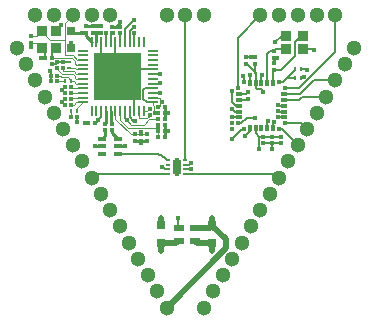
<source format=gtl>
G04 #@! TF.FileFunction,Copper,L1,Top,Signal*
%FSLAX46Y46*%
G04 Gerber Fmt 4.6, Leading zero omitted, Abs format (unit mm)*
G04 Created by KiCad (PCBNEW 0.201509030901+6151~29~ubuntu15.04.1-product) date Thu 19 Nov 2015 01:23:01 PM EST*
%MOMM*%
G01*
G04 APERTURE LIST*
%ADD10C,0.100000*%
%ADD11C,1.300000*%
%ADD12R,0.350000X0.200000*%
%ADD13R,0.700000X1.200000*%
%ADD14R,0.300000X0.350000*%
%ADD15R,0.750000X0.800000*%
%ADD16R,1.000000X1.000000*%
%ADD17R,0.254000X0.900000*%
%ADD18R,0.900000X0.254000*%
%ADD19R,0.350000X0.300000*%
%ADD20R,0.280000X0.430000*%
%ADD21R,0.430000X0.280000*%
%ADD22R,0.800000X0.300000*%
%ADD23R,0.300000X0.300000*%
%ADD24R,0.300000X0.500000*%
%ADD25R,0.500000X0.300000*%
%ADD26R,0.850000X0.600000*%
%ADD27R,0.950000X0.850000*%
%ADD28R,0.850000X0.950000*%
%ADD29C,0.406400*%
%ADD30C,0.508000*%
%ADD31C,0.152400*%
%ADD32C,0.254000*%
%ADD33C,0.101600*%
%ADD34C,0.508000*%
%ADD35C,0.177800*%
G04 APERTURE END LIST*
D10*
D11*
X26987500Y-28149600D03*
X27781250Y-29524400D03*
X28575000Y-30899200D03*
X29368750Y-32274000D03*
X30162500Y-33648800D03*
X30956250Y-35023600D03*
X31750000Y-36398400D03*
X32543750Y-37773200D03*
X33337500Y-39148000D03*
X34131250Y-40522800D03*
X34925000Y-41897600D03*
X35718750Y-43272400D03*
X36512500Y-44647200D03*
X37306250Y-46022000D03*
X38100000Y-47396800D03*
X38893750Y-48771600D03*
X39687500Y-50146400D03*
X42862500Y-50146400D03*
X43656250Y-48771600D03*
X44450000Y-47396800D03*
X45243750Y-46022000D03*
X46037500Y-44647200D03*
X46831250Y-43272400D03*
X47625000Y-41897600D03*
X48418750Y-40522800D03*
X49212500Y-39148000D03*
X50006250Y-37773200D03*
X50800000Y-36398400D03*
X51593750Y-35023600D03*
X52387500Y-33648800D03*
X53181250Y-32274000D03*
X53975000Y-30899200D03*
X54768750Y-29524400D03*
X55562500Y-28149600D03*
X53975000Y-25400000D03*
X52387500Y-25400000D03*
X50800000Y-25400000D03*
X49212500Y-25400000D03*
X47625000Y-25400000D03*
X42862500Y-25400000D03*
X41275000Y-25400000D03*
X39687500Y-25400000D03*
X34925000Y-25400000D03*
X33337500Y-25400000D03*
X31750000Y-25400000D03*
X30162500Y-25400000D03*
X28575000Y-25400000D03*
D12*
X41275000Y-38850000D03*
X39825000Y-37650000D03*
X39825000Y-38050000D03*
X39825000Y-38450000D03*
X39825000Y-38850000D03*
X41275000Y-38450000D03*
X41275000Y-38050000D03*
X41275000Y-37650000D03*
D13*
X40550000Y-38250000D03*
D14*
X31575000Y-34000000D03*
X32125000Y-34000000D03*
D15*
X31600000Y-26700000D03*
X31600000Y-28200000D03*
D16*
X34058000Y-32077000D03*
X35058000Y-32077000D03*
X36058000Y-32077000D03*
X37058000Y-32077000D03*
X37058000Y-31077000D03*
X36058000Y-31077000D03*
X35058000Y-31077000D03*
X34058000Y-31077000D03*
X34058000Y-30077000D03*
X35058000Y-30077000D03*
X36058000Y-30077000D03*
X37058000Y-30077000D03*
X37058000Y-29077000D03*
X36058000Y-29077000D03*
X35058000Y-29077000D03*
D17*
X37758000Y-27627000D03*
D18*
X38508000Y-32777000D03*
D17*
X33358000Y-33527000D03*
D18*
X32608000Y-28377000D03*
X32608000Y-28777000D03*
X32608000Y-29177000D03*
X32608000Y-29577000D03*
X32608000Y-29977000D03*
X32608000Y-30377000D03*
X32608000Y-30777000D03*
X32608000Y-31177000D03*
X32608000Y-31577000D03*
X32608000Y-31977000D03*
X32608000Y-32377000D03*
X32608000Y-32777000D03*
D17*
X33758000Y-33527000D03*
X34158000Y-33527000D03*
X34558000Y-33527000D03*
X34958000Y-33527000D03*
X35358000Y-33527000D03*
X35758000Y-33527000D03*
X36158000Y-33527000D03*
X36558000Y-33527000D03*
X36958000Y-33527000D03*
X37358000Y-33527000D03*
X37758000Y-33527000D03*
D18*
X38508000Y-32377000D03*
X38508000Y-31977000D03*
X38508000Y-31577000D03*
X38508000Y-31177000D03*
X38508000Y-30777000D03*
X38508000Y-30377000D03*
X38508000Y-29977000D03*
X38508000Y-29577000D03*
X38508000Y-29177000D03*
X38508000Y-28777000D03*
X38508000Y-28377000D03*
D17*
X37358000Y-27627000D03*
X36958000Y-27627000D03*
X36558000Y-27627000D03*
X36158000Y-27627000D03*
X35758000Y-27627000D03*
X35358000Y-27627000D03*
X34958000Y-27627000D03*
X34558000Y-27627000D03*
X34158000Y-27627000D03*
X33758000Y-27627000D03*
X33358000Y-27627000D03*
D16*
X34058000Y-29077000D03*
D14*
X38975000Y-34700000D03*
X39525000Y-34700000D03*
D19*
X32900000Y-26875000D03*
X32900000Y-26325000D03*
D14*
X38975000Y-35700000D03*
X39525000Y-35700000D03*
D19*
X38050000Y-35475000D03*
X38050000Y-36025000D03*
X35100000Y-26925000D03*
X35100000Y-26375000D03*
X37550000Y-35475000D03*
X37550000Y-36025000D03*
D14*
X38975000Y-34200000D03*
X39525000Y-34200000D03*
D19*
X48615600Y-35666000D03*
X48615600Y-36216000D03*
X47853600Y-35666000D03*
X47853600Y-36216000D03*
X49377600Y-35666000D03*
X49377600Y-36216000D03*
D14*
X33625000Y-34500000D03*
X33075000Y-34500000D03*
X38975000Y-33200000D03*
X39525000Y-33200000D03*
D19*
X34115000Y-26880000D03*
X34115000Y-26330000D03*
X30950000Y-29875000D03*
X30950000Y-29325000D03*
X47218600Y-28960400D03*
X47218600Y-29510400D03*
X46456600Y-28960400D03*
X46456600Y-29510400D03*
D14*
X38975000Y-33700000D03*
X39525000Y-33700000D03*
X31625000Y-31500000D03*
X31075000Y-31500000D03*
X38975000Y-35200000D03*
X39525000Y-35200000D03*
X31625000Y-32000000D03*
X31075000Y-32000000D03*
D15*
X43561000Y-43192000D03*
X43561000Y-44692000D03*
D19*
X37050000Y-35475000D03*
X37050000Y-36025000D03*
X35750000Y-26925000D03*
X35750000Y-26375000D03*
X48768000Y-29993000D03*
X48768000Y-29443000D03*
X48768000Y-28427000D03*
X48768000Y-28977000D03*
X33480000Y-26880000D03*
X33480000Y-26330000D03*
X30450000Y-29875000D03*
X30450000Y-29325000D03*
D14*
X31625000Y-32500000D03*
X31075000Y-32500000D03*
X30425000Y-31000000D03*
X29875000Y-31000000D03*
X29975000Y-29050000D03*
X29425000Y-29050000D03*
D15*
X39243000Y-44692000D03*
X39243000Y-43192000D03*
D14*
X30425000Y-30500000D03*
X29875000Y-30500000D03*
X31625000Y-33000000D03*
X31075000Y-33000000D03*
D19*
X28200000Y-27175000D03*
X28200000Y-27725000D03*
D20*
X51055000Y-30734000D03*
X50545000Y-30734000D03*
X51055000Y-29972000D03*
X50545000Y-29972000D03*
X31605000Y-31000000D03*
X31095000Y-31000000D03*
X32105000Y-33500000D03*
X31595000Y-33500000D03*
D21*
X31450000Y-29855000D03*
X31450000Y-29345000D03*
D22*
X34250000Y-35850000D03*
X35550000Y-37150000D03*
X35550000Y-36500000D03*
X35550000Y-35850000D03*
X34250000Y-36500000D03*
X34250000Y-37150000D03*
D23*
X49726600Y-34545400D03*
X46226600Y-35045400D03*
X45726600Y-31545400D03*
X49226600Y-31045400D03*
D24*
X48726600Y-31145400D03*
X48226600Y-31145400D03*
X47726600Y-31145400D03*
X47226600Y-31145400D03*
X46726600Y-31145400D03*
D23*
X46226600Y-31045400D03*
D25*
X45826600Y-32045400D03*
X45826600Y-32545400D03*
X45826600Y-33045400D03*
X45826600Y-33545400D03*
X45826600Y-34045400D03*
D23*
X45726600Y-34545400D03*
D24*
X46726600Y-34945400D03*
X47226600Y-34945400D03*
X47726600Y-34945400D03*
X48226600Y-34945400D03*
X48726600Y-34945400D03*
D23*
X49226600Y-35045400D03*
D25*
X49626600Y-34045400D03*
X49626600Y-33545400D03*
X49626600Y-33045400D03*
X49626600Y-32545400D03*
X49626600Y-32045400D03*
D23*
X49726600Y-31545400D03*
D26*
X42077000Y-43392000D03*
X40727000Y-43392000D03*
X40727000Y-44492000D03*
X42077000Y-44492000D03*
D27*
X51245600Y-27136400D03*
X49795600Y-27136400D03*
X49795600Y-28286400D03*
X51245600Y-28286400D03*
D28*
X30325000Y-28175000D03*
X30325000Y-26725000D03*
X29175000Y-26725000D03*
X29175000Y-28175000D03*
D19*
X35050000Y-35125000D03*
X35050000Y-34575000D03*
X34450000Y-35125000D03*
X34450000Y-34575000D03*
D29*
X30000000Y-29550000D03*
X29100000Y-29050000D03*
X39850000Y-35200000D03*
X39850000Y-33700000D03*
X35750000Y-26000000D03*
X37550000Y-36250000D03*
X36150000Y-36500000D03*
X33650000Y-36500000D03*
X40550000Y-38850000D03*
X40550000Y-37650000D03*
X40550000Y-38250000D03*
X31600000Y-27700000D03*
X30716989Y-26200000D03*
X28200000Y-28050000D03*
X29850000Y-30150000D03*
X30850000Y-31750000D03*
X30850000Y-32750000D03*
X32100000Y-34400000D03*
X32750000Y-34500000D03*
X51562000Y-30007010D03*
X46841386Y-28960400D03*
X52197000Y-28321000D03*
X48895000Y-27686010D03*
X49022000Y-29041790D03*
X48641000Y-36703000D03*
D30*
X35058000Y-29077000D03*
X34058000Y-29077000D03*
X34058000Y-30077000D03*
X35058000Y-30077000D03*
X36058000Y-30077000D03*
X37058000Y-30077000D03*
X37058000Y-29077000D03*
X36058000Y-29077000D03*
X37058000Y-31077000D03*
X36058000Y-31077000D03*
X35058000Y-31077000D03*
X34058000Y-31077000D03*
X34058000Y-32077000D03*
X35058000Y-32077000D03*
X36058000Y-32077000D03*
X37058000Y-32077000D03*
X39243000Y-42545000D03*
X43561000Y-45339000D03*
D29*
X33786343Y-26330000D03*
X46355000Y-35601802D03*
X35122473Y-26883644D03*
X36304548Y-34275238D03*
X39150000Y-30350000D03*
X35750000Y-26925000D03*
X45250000Y-35050000D03*
X39150000Y-31950000D03*
X47142400Y-34112200D03*
X34600000Y-26900000D03*
X45250000Y-35881010D03*
X38250000Y-33808003D03*
X40640000Y-42545000D03*
X37024461Y-34313574D03*
X41750000Y-38408003D03*
X49149000Y-33528000D03*
X41750000Y-37900000D03*
X49149000Y-34036000D03*
X39293791Y-38223925D03*
X49149000Y-33020000D03*
X46736000Y-30480000D03*
X47743990Y-30480000D03*
X38250000Y-33300000D03*
X46609000Y-32512000D03*
X45250000Y-31800000D03*
X36950000Y-25800000D03*
X45250000Y-33350000D03*
X36950000Y-26350000D03*
X45250000Y-34000000D03*
X36950000Y-26900000D03*
X48244579Y-34305421D03*
X48768000Y-34417000D03*
X46593586Y-31892414D03*
X37550000Y-35300000D03*
X38950000Y-34950000D03*
X38745276Y-33695009D03*
X33847519Y-34298872D03*
D30*
X43561000Y-42545000D03*
D29*
X47879000Y-31877000D03*
X47498000Y-36703000D03*
X51308000Y-30607000D03*
X33792247Y-26880000D03*
X46126432Y-30567256D03*
X45250000Y-34508003D03*
X39150000Y-31150000D03*
X32550000Y-26900000D03*
X39300000Y-32700000D03*
D30*
X39243000Y-45339000D03*
D31*
X30000000Y-29479802D02*
X30000000Y-29550000D01*
X29425000Y-29050000D02*
X29100000Y-29050000D01*
X29425000Y-29050000D02*
X29425000Y-28425000D01*
X29425000Y-28425000D02*
X29175000Y-28175000D01*
D32*
X39525000Y-35200000D02*
X39850000Y-35200000D01*
X39525000Y-35700000D02*
X39525000Y-35200000D01*
X39525000Y-34700000D02*
X39525000Y-35200000D01*
X39525000Y-33700000D02*
X39850000Y-33700000D01*
X39525000Y-34200000D02*
X39525000Y-33700000D01*
X39525000Y-33200000D02*
X39525000Y-33700000D01*
X35750000Y-26375000D02*
X35100000Y-26375000D01*
X35100000Y-26375000D02*
X35375000Y-26375000D01*
X35375000Y-26375000D02*
X35750000Y-26000000D01*
X33480000Y-26330000D02*
X32905000Y-26330000D01*
X32905000Y-26330000D02*
X32900000Y-26325000D01*
X38050000Y-36025000D02*
X37550000Y-36025000D01*
X37050000Y-36025000D02*
X37550000Y-36025000D01*
X37550000Y-36025000D02*
X37550000Y-36250000D01*
X35550000Y-36500000D02*
X36150000Y-36500000D01*
X34250000Y-36500000D02*
X33650000Y-36500000D01*
X40550000Y-38250000D02*
X40550000Y-38850000D01*
X40550000Y-38250000D02*
X40550000Y-37650000D01*
D31*
X30450000Y-29325000D02*
X30295198Y-29479802D01*
X30295198Y-29479802D02*
X30000000Y-29479802D01*
X30950000Y-29325000D02*
X30450000Y-29325000D01*
X31450000Y-29345000D02*
X30970000Y-29345000D01*
X30970000Y-29345000D02*
X30950000Y-29325000D01*
X31600000Y-28200000D02*
X31600000Y-27700000D01*
X30325000Y-26725000D02*
X30325000Y-26591989D01*
X30325000Y-26591989D02*
X30716989Y-26200000D01*
X28200000Y-27725000D02*
X28200000Y-28050000D01*
X29875000Y-30500000D02*
X29875000Y-30175000D01*
X29875000Y-30175000D02*
X29850000Y-30150000D01*
X29875000Y-31000000D02*
X29875000Y-30500000D01*
X30850000Y-31750000D02*
X30850000Y-31725000D01*
X30850000Y-31725000D02*
X31075000Y-31500000D01*
X31075000Y-32000000D02*
X31075000Y-31975000D01*
X31075000Y-31975000D02*
X30850000Y-31750000D01*
X30850000Y-32750000D02*
X30850000Y-32725000D01*
X30850000Y-32725000D02*
X31075000Y-32500000D01*
X31075000Y-33000000D02*
X31075000Y-32975000D01*
X31075000Y-32975000D02*
X30850000Y-32750000D01*
X32125000Y-34000000D02*
X32125000Y-34375000D01*
X32125000Y-34375000D02*
X32100000Y-34400000D01*
X33075000Y-34500000D02*
X32750000Y-34500000D01*
D33*
X29475000Y-28475000D02*
X29175000Y-28175000D01*
X28200000Y-27725000D02*
X28725000Y-27725000D01*
X28725000Y-27725000D02*
X29175000Y-28175000D01*
D31*
X51526990Y-29972000D02*
X51562000Y-30007010D01*
X51055000Y-29972000D02*
X51526990Y-29972000D01*
X48768000Y-29443000D02*
X48768000Y-28977000D01*
X51245600Y-28286400D02*
X51400400Y-28286400D01*
X47218600Y-28960400D02*
X46841386Y-28960400D01*
X46456600Y-28960400D02*
X46841386Y-28960400D01*
X49795600Y-27136400D02*
X49546200Y-27136400D01*
X52162400Y-28286400D02*
X52197000Y-28321000D01*
X51245600Y-28286400D02*
X52162400Y-28286400D01*
X49444610Y-27136400D02*
X48895000Y-27686010D01*
X49795600Y-27136400D02*
X49444610Y-27136400D01*
X48768000Y-29295790D02*
X49022000Y-29041790D01*
X48768000Y-29443000D02*
X48768000Y-29295790D01*
X46726600Y-35230202D02*
X46355000Y-35601802D01*
X46726600Y-34945400D02*
X46726600Y-35230202D01*
X48615600Y-36677600D02*
X48641000Y-36703000D01*
X48615600Y-36216000D02*
X48615600Y-36677600D01*
X34158000Y-28977000D02*
X34058000Y-29077000D01*
X34158000Y-27627000D02*
X34158000Y-28977000D01*
X35358000Y-28777000D02*
X35058000Y-29077000D01*
X35358000Y-27627000D02*
X35358000Y-28777000D01*
X37158000Y-29977000D02*
X37058000Y-30077000D01*
X38508000Y-29977000D02*
X37158000Y-29977000D01*
X35058000Y-29077000D02*
X34058000Y-29077000D01*
X34058000Y-29077000D02*
X34058000Y-30077000D01*
X34058000Y-30077000D02*
X35058000Y-30077000D01*
X35058000Y-30077000D02*
X36058000Y-30077000D01*
X35058000Y-30077000D02*
X37058000Y-30077000D01*
X37058000Y-30077000D02*
X37058000Y-29077000D01*
X37058000Y-29077000D02*
X36058000Y-29077000D01*
X37058000Y-30077000D02*
X37058000Y-31077000D01*
X37058000Y-31077000D02*
X36058000Y-31077000D01*
X36058000Y-31077000D02*
X35058000Y-31077000D01*
X35058000Y-31077000D02*
X34058000Y-31077000D01*
X34058000Y-31077000D02*
X34058000Y-32077000D01*
X34058000Y-32077000D02*
X35058000Y-32077000D01*
X35058000Y-32077000D02*
X36058000Y-32077000D01*
X36058000Y-32077000D02*
X37058000Y-32077000D01*
X36958000Y-32177000D02*
X37058000Y-32077000D01*
X36958000Y-33527000D02*
X36958000Y-32177000D01*
D34*
X42277000Y-44692000D02*
X42077000Y-44492000D01*
X43561000Y-44692000D02*
X42277000Y-44692000D01*
X39243000Y-43192000D02*
X39243000Y-42545000D01*
X43561000Y-44692000D02*
X43561000Y-45339000D01*
D31*
X33480000Y-26330000D02*
X33786343Y-26330000D01*
X34115000Y-26330000D02*
X33786343Y-26330000D01*
X47853600Y-36216000D02*
X48615600Y-36216000D01*
X49377600Y-36216000D02*
X48615600Y-36216000D01*
X34958000Y-27627000D02*
X34958000Y-27048117D01*
X34958000Y-27048117D02*
X35122473Y-26883644D01*
D33*
X36304548Y-34275238D02*
X36698485Y-34669175D01*
X36698485Y-34669175D02*
X37754529Y-34669175D01*
X37754529Y-34669175D02*
X38223704Y-34200000D01*
X38723400Y-34200000D02*
X38975000Y-34200000D01*
X38223704Y-34200000D02*
X38723400Y-34200000D01*
D31*
X34958000Y-27627000D02*
X34958000Y-27067000D01*
X34958000Y-27067000D02*
X35100000Y-26925000D01*
X36158000Y-34128690D02*
X36304548Y-34275238D01*
X36158000Y-33527000D02*
X36158000Y-34128690D01*
D33*
X31826802Y-30147402D02*
X30970801Y-30147401D01*
X30970801Y-30147401D02*
X30950000Y-30126600D01*
X30950000Y-30126600D02*
X30950000Y-29875000D01*
X32608000Y-30377000D02*
X32056400Y-30377000D01*
X32056400Y-30377000D02*
X31826802Y-30147402D01*
X32608000Y-31577000D02*
X31702000Y-31577000D01*
X31702000Y-31577000D02*
X31625000Y-31500000D01*
X32608000Y-31977000D02*
X31648000Y-31977000D01*
X31648000Y-31977000D02*
X31625000Y-32000000D01*
D31*
X39150000Y-30350000D02*
X38535000Y-30350000D01*
X38535000Y-30350000D02*
X38508000Y-30377000D01*
X35758000Y-27627000D02*
X35758000Y-26933000D01*
X35758000Y-26933000D02*
X35750000Y-26925000D01*
X48726600Y-30034400D02*
X48768000Y-29993000D01*
X48726600Y-31145400D02*
X48726600Y-30034400D01*
X51095600Y-27136400D02*
X51245600Y-27136400D01*
X50541999Y-27690001D02*
X51095600Y-27136400D01*
X50541999Y-28851483D02*
X50541999Y-27690001D01*
X49400482Y-29993000D02*
X50541999Y-28851483D01*
X48768000Y-29993000D02*
X49400482Y-29993000D01*
X48440600Y-28427000D02*
X48768000Y-28427000D01*
X48226600Y-28641000D02*
X48440600Y-28427000D01*
X48226600Y-31145400D02*
X48226600Y-28641000D01*
X48908600Y-28286400D02*
X48768000Y-28427000D01*
X49795600Y-28286400D02*
X48908600Y-28286400D01*
D33*
X32608000Y-30777000D02*
X32056400Y-30777000D01*
X32056400Y-30777000D02*
X31950000Y-30670600D01*
X30450000Y-29974322D02*
X30450000Y-29875000D01*
X31950000Y-30670600D02*
X31950000Y-30557982D01*
X31950000Y-30557982D02*
X31742629Y-30350611D01*
X31742629Y-30350611D02*
X30826289Y-30350611D01*
X30826289Y-30350611D02*
X30450000Y-29974322D01*
X32608000Y-32377000D02*
X31748000Y-32377000D01*
X31748000Y-32377000D02*
X31625000Y-32500000D01*
X31095000Y-31000000D02*
X30425000Y-31000000D01*
X31595000Y-33500000D02*
X31595000Y-33980000D01*
X31595000Y-33980000D02*
X31575000Y-34000000D01*
X31694697Y-29002401D02*
X30022599Y-29002401D01*
X30022599Y-29002401D02*
X29975000Y-29050000D01*
D31*
X29975000Y-29050000D02*
X29975000Y-28525000D01*
X29975000Y-28525000D02*
X30325000Y-28175000D01*
D33*
X30025000Y-28475000D02*
X30325000Y-28175000D01*
X32608000Y-29577000D02*
X32056400Y-29577000D01*
X32056400Y-29577000D02*
X31917401Y-29438001D01*
X31917401Y-29438001D02*
X31917401Y-29225105D01*
X31917401Y-29225105D02*
X31694697Y-29002401D01*
X32608000Y-31177000D02*
X32056400Y-31177000D01*
X31879400Y-31000000D02*
X31846600Y-31000000D01*
X32056400Y-31177000D02*
X31879400Y-31000000D01*
X31846600Y-31000000D02*
X31605000Y-31000000D01*
X30425000Y-30500000D02*
X30676600Y-30500000D01*
X31312599Y-30632599D02*
X31605000Y-30925000D01*
X30676600Y-30500000D02*
X30809199Y-30632599D01*
X30809199Y-30632599D02*
X31312599Y-30632599D01*
X31605000Y-30925000D02*
X31605000Y-31000000D01*
X32105000Y-33500000D02*
X32105000Y-33280000D01*
X32105000Y-33280000D02*
X32608000Y-32777000D01*
X32608000Y-32777000D02*
X32056400Y-32777000D01*
X32056400Y-32777000D02*
X31833400Y-33000000D01*
X31833400Y-33000000D02*
X31625000Y-33000000D01*
D32*
X35050000Y-35125000D02*
X35050000Y-35350000D01*
X35050000Y-35350000D02*
X35550000Y-35850000D01*
X35050000Y-34575000D02*
X34958000Y-34483000D01*
X34958000Y-34483000D02*
X34958000Y-33527000D01*
X34450000Y-35125000D02*
X34450000Y-35650000D01*
X34450000Y-35650000D02*
X34250000Y-35850000D01*
X34450000Y-34575000D02*
X34558000Y-34467000D01*
X34558000Y-34467000D02*
X34558000Y-33527000D01*
D31*
X49529000Y-31045400D02*
X49226600Y-31045400D01*
X49546600Y-31045400D02*
X49529000Y-31045400D01*
X50545000Y-29972000D02*
X50545000Y-30047000D01*
X49858000Y-30734000D02*
X49848733Y-30743267D01*
X50545000Y-30734000D02*
X49858000Y-30734000D01*
X49848733Y-30743267D02*
X49546600Y-31045400D01*
X50545000Y-30047000D02*
X49848733Y-30743267D01*
D33*
X32608000Y-29977000D02*
X32056400Y-29977000D01*
X31766600Y-29855000D02*
X31450000Y-29855000D01*
X32056400Y-29977000D02*
X31934400Y-29855000D01*
X31934400Y-29855000D02*
X31766600Y-29855000D01*
D35*
X35550000Y-37150000D02*
X38755026Y-37150000D01*
X39579007Y-37479517D02*
X39599998Y-37499999D01*
X39557520Y-37459556D02*
X39579007Y-37479517D01*
X39535549Y-37440128D02*
X39557520Y-37459556D01*
X39513108Y-37421246D02*
X39535549Y-37440128D01*
X39490210Y-37402920D02*
X39513108Y-37421246D01*
X39466869Y-37385161D02*
X39490210Y-37402920D01*
X39443100Y-37367981D02*
X39466869Y-37385161D01*
X39418916Y-37351389D02*
X39443100Y-37367981D01*
X39394333Y-37335395D02*
X39418916Y-37351389D01*
X39369364Y-37320010D02*
X39394333Y-37335395D01*
X39344025Y-37305242D02*
X39369364Y-37320010D01*
X39318331Y-37291100D02*
X39344025Y-37305242D01*
X39292298Y-37277593D02*
X39318331Y-37291100D01*
X39265942Y-37264730D02*
X39292298Y-37277593D01*
X39239279Y-37252516D02*
X39265942Y-37264730D01*
X39212322Y-37240961D02*
X39239279Y-37252516D01*
X39185091Y-37230071D02*
X39212322Y-37240961D01*
X39157600Y-37219853D02*
X39185091Y-37230071D01*
X39129867Y-37210312D02*
X39157600Y-37219853D01*
X39101909Y-37201455D02*
X39129867Y-37210312D01*
X39073741Y-37193286D02*
X39101909Y-37201455D01*
X39045381Y-37185811D02*
X39073741Y-37193286D01*
X39016846Y-37179035D02*
X39045381Y-37185811D01*
X38988154Y-37172961D02*
X39016846Y-37179035D01*
X38959321Y-37167592D02*
X38988154Y-37172961D01*
X38930365Y-37162933D02*
X38959321Y-37167592D01*
X38901304Y-37158986D02*
X38930365Y-37162933D01*
X38872154Y-37155754D02*
X38901304Y-37158986D01*
X38842934Y-37153237D02*
X38872154Y-37155754D01*
X38813661Y-37151439D02*
X38842934Y-37153237D01*
X38784353Y-37150359D02*
X38813661Y-37151439D01*
X38755026Y-37150000D02*
X38784353Y-37150359D01*
X39599998Y-37499999D02*
X39750000Y-37650000D01*
X39750000Y-37650000D02*
X39825000Y-37650000D01*
D31*
X38508000Y-31977000D02*
X39123000Y-31977000D01*
X39123000Y-31977000D02*
X39150000Y-31950000D01*
X45726600Y-34545400D02*
X46029000Y-34545400D01*
X46029000Y-34545400D02*
X46462200Y-34112200D01*
X46462200Y-34112200D02*
X47142400Y-34112200D01*
X38508902Y-31976098D02*
X38508000Y-31977000D01*
X45726600Y-31545400D02*
X45726600Y-27298400D01*
X45726600Y-27298400D02*
X47625000Y-25400000D01*
X34558000Y-27627000D02*
X34558000Y-26942000D01*
X34558000Y-26942000D02*
X34600000Y-26900000D01*
X47625000Y-25759908D02*
X47625000Y-25400000D01*
X46226600Y-35045400D02*
X46085610Y-35045400D01*
X46085610Y-35045400D02*
X45250000Y-35881010D01*
D33*
X37408801Y-34129401D02*
X38006921Y-34129401D01*
X38006921Y-34129401D02*
X38250000Y-33886322D01*
X38250000Y-33886322D02*
X38250000Y-33808003D01*
X37358000Y-33527000D02*
X37358000Y-34078600D01*
X37358000Y-34078600D02*
X37408801Y-34129401D01*
D31*
X37336000Y-33549000D02*
X37358000Y-33527000D01*
X40640000Y-43305000D02*
X40727000Y-43392000D01*
X40640000Y-42545000D02*
X40640000Y-43305000D01*
X37019062Y-34318973D02*
X37024461Y-34313574D01*
X36886973Y-34318973D02*
X37019062Y-34318973D01*
X36580015Y-34012015D02*
X36886973Y-34318973D01*
X36580015Y-33549015D02*
X36558000Y-33527000D01*
X36580015Y-34012015D02*
X36580015Y-33549015D01*
X41275000Y-38450000D02*
X41708003Y-38450000D01*
X41708003Y-38450000D02*
X41750000Y-38408003D01*
X49166400Y-33545400D02*
X49149000Y-33528000D01*
X49626600Y-33545400D02*
X49166400Y-33545400D01*
X41275000Y-38050000D02*
X41600000Y-38050000D01*
X41600000Y-38050000D02*
X41750000Y-37900000D01*
X49158400Y-34045400D02*
X49149000Y-34036000D01*
X49626600Y-34045400D02*
X49158400Y-34045400D01*
X39825000Y-38450000D02*
X39519866Y-38450000D01*
X39519866Y-38450000D02*
X39293791Y-38223925D01*
X49174400Y-33045400D02*
X49149000Y-33020000D01*
X49626600Y-33045400D02*
X49174400Y-33045400D01*
X51115550Y-34545400D02*
X51593750Y-35023600D01*
X49726600Y-34545400D02*
X51115550Y-34545400D01*
X46726600Y-30489400D02*
X46736000Y-30480000D01*
X46726600Y-31145400D02*
X46726600Y-30489400D01*
X47726600Y-30497390D02*
X47743990Y-30480000D01*
X47726600Y-31145400D02*
X47726600Y-30497390D01*
X50029000Y-32545400D02*
X49626600Y-32545400D01*
X50888224Y-32545400D02*
X50029000Y-32545400D01*
X51159624Y-32274000D02*
X50888224Y-32545400D01*
X53181250Y-32274000D02*
X51159624Y-32274000D01*
X53055762Y-30899200D02*
X53975000Y-30899200D01*
X52175200Y-30899200D02*
X53055762Y-30899200D01*
X51029000Y-32045400D02*
X52175200Y-30899200D01*
X49626600Y-32045400D02*
X51029000Y-32045400D01*
D33*
X37758000Y-33527000D02*
X38023000Y-33527000D01*
X38023000Y-33527000D02*
X38250000Y-33300000D01*
D31*
X46575600Y-32545400D02*
X46609000Y-32512000D01*
X45826600Y-32545400D02*
X46575600Y-32545400D01*
X37758000Y-33527000D02*
X37758000Y-33539000D01*
X45538724Y-33045400D02*
X45250000Y-32756676D01*
X45250000Y-32756676D02*
X45250000Y-31800000D01*
X36158000Y-26592000D02*
X36950000Y-25800000D01*
X36158000Y-27627000D02*
X36158000Y-26592000D01*
X45826600Y-33045400D02*
X45538724Y-33045400D01*
X45483400Y-33545400D02*
X45445400Y-33545400D01*
X45445400Y-33545400D02*
X45250000Y-33350000D01*
X36558000Y-27627000D02*
X36558000Y-26742000D01*
X36558000Y-26742000D02*
X36950000Y-26350000D01*
X45826600Y-33545400D02*
X45483400Y-33545400D01*
X45826600Y-34045400D02*
X45295400Y-34045400D01*
X45295400Y-34045400D02*
X45250000Y-34000000D01*
X36958000Y-27627000D02*
X36958000Y-26908000D01*
X36958000Y-26908000D02*
X36950000Y-26900000D01*
X45826600Y-34045400D02*
X45602400Y-34045400D01*
X49447000Y-35045400D02*
X50800000Y-36398400D01*
X49226600Y-35045400D02*
X49447000Y-35045400D01*
D35*
X39825000Y-38850000D02*
X33635500Y-38850000D01*
X33635500Y-38850000D02*
X33337500Y-39148000D01*
X41275000Y-38850000D02*
X48914500Y-38850000D01*
X48914500Y-38850000D02*
X49212500Y-39148000D01*
X41275000Y-37650000D02*
X41275000Y-37545777D01*
X41275000Y-25400000D02*
X41275000Y-37545777D01*
D31*
X48226600Y-34945400D02*
X48226600Y-34323400D01*
X48226600Y-34323400D02*
X48244579Y-34305421D01*
X48726600Y-34458400D02*
X48768000Y-34417000D01*
X48726600Y-34945400D02*
X48726600Y-34458400D01*
X46440600Y-32045400D02*
X46593586Y-31892414D01*
X45826600Y-32045400D02*
X46440600Y-32045400D01*
D33*
X37550000Y-35475000D02*
X37550000Y-35300000D01*
X38975000Y-34700000D02*
X38975000Y-34925000D01*
X38975000Y-34925000D02*
X38950000Y-34950000D01*
X38745276Y-33695009D02*
X38605601Y-33582201D01*
D32*
X38975000Y-33700000D02*
X38750267Y-33700000D01*
X38750267Y-33700000D02*
X38745276Y-33695009D01*
X33758000Y-27627000D02*
X33758000Y-26914247D01*
X33758000Y-26914247D02*
X33792247Y-26880000D01*
X33847519Y-34298872D02*
X33826128Y-34298872D01*
X33826128Y-34298872D02*
X33625000Y-34500000D01*
D33*
X38050000Y-35475000D02*
X36677810Y-35475000D01*
X36677810Y-35475000D02*
X35358000Y-34155190D01*
X35358000Y-34155190D02*
X35358000Y-33527000D01*
X37050000Y-35475000D02*
X37550000Y-35475000D01*
X37550000Y-35475000D02*
X38050000Y-35475000D01*
X38975000Y-35700000D02*
X38975000Y-35200000D01*
X38950000Y-34950000D02*
X38950000Y-35175000D01*
X38950000Y-35175000D02*
X38975000Y-35200000D01*
X35758000Y-33527000D02*
X35758000Y-34254980D01*
X35758000Y-34254980D02*
X36453020Y-34950000D01*
X36453020Y-34950000D02*
X38950000Y-34950000D01*
X38605601Y-33582201D02*
X38605601Y-33103201D01*
X38605601Y-33103201D02*
X38508000Y-33005600D01*
X38508000Y-33005600D02*
X38508000Y-32777000D01*
D31*
X33625000Y-34500000D02*
X34158000Y-33967000D01*
X34158000Y-33967000D02*
X34158000Y-33527000D01*
X46481600Y-29510400D02*
X46456600Y-29510400D01*
X47226600Y-30255400D02*
X46481600Y-29510400D01*
X47226600Y-31145400D02*
X47226600Y-30255400D01*
X47218600Y-30247400D02*
X47226600Y-30255400D01*
X47218600Y-29510400D02*
X47218600Y-30247400D01*
X48623600Y-35658000D02*
X48615600Y-35666000D01*
X47853600Y-35666000D02*
X48615600Y-35666000D01*
X49377600Y-35666000D02*
X48615600Y-35666000D01*
X33458000Y-26902000D02*
X33480000Y-26880000D01*
X47226600Y-35347800D02*
X47226600Y-34945400D01*
X47226600Y-35366400D02*
X47226600Y-35347800D01*
X47526200Y-35666000D02*
X47226600Y-35366400D01*
X47853600Y-35666000D02*
X47526200Y-35666000D01*
D34*
X43361000Y-43392000D02*
X43561000Y-43192000D01*
X42077000Y-43392000D02*
X43361000Y-43392000D01*
X43561000Y-43192000D02*
X43561000Y-42545000D01*
D31*
X47226600Y-31547800D02*
X47226600Y-31145400D01*
X47352601Y-31673801D02*
X47226600Y-31547800D01*
X47675801Y-31673801D02*
X47352601Y-31673801D01*
X47879000Y-31877000D02*
X47675801Y-31673801D01*
X47498000Y-35694200D02*
X47526200Y-35666000D01*
X47498000Y-36703000D02*
X47498000Y-35694200D01*
X51182000Y-30607000D02*
X51055000Y-30734000D01*
X51308000Y-30607000D02*
X51182000Y-30607000D01*
D34*
X39687500Y-50146400D02*
X44704000Y-45129900D01*
X43561000Y-43217000D02*
X43561000Y-43192000D01*
X44704000Y-44360000D02*
X43561000Y-43217000D01*
X44704000Y-45129900D02*
X44704000Y-44360000D01*
D31*
X38010958Y-32777000D02*
X37735801Y-32501843D01*
X38508000Y-32777000D02*
X38010958Y-32777000D01*
X37905600Y-31577000D02*
X38508000Y-31577000D01*
X37735801Y-31746799D02*
X37905600Y-31577000D01*
X37735801Y-32501843D02*
X37735801Y-31746799D01*
D32*
X34115000Y-26880000D02*
X33792247Y-26880000D01*
D31*
X33792247Y-26880000D02*
X33480000Y-26880000D01*
X46226600Y-30667424D02*
X46126432Y-30567256D01*
X46226600Y-31045400D02*
X46226600Y-30667424D01*
X53975000Y-26319238D02*
X53975000Y-25400000D01*
X53975000Y-28489042D02*
X53975000Y-26319238D01*
X50918642Y-31545400D02*
X53975000Y-28489042D01*
X49726600Y-31545400D02*
X50918642Y-31545400D01*
D33*
X28200000Y-27175000D02*
X28725000Y-27175000D01*
X28725000Y-27175000D02*
X29175000Y-26725000D01*
X31072599Y-27454065D02*
X31072599Y-26077401D01*
X31072599Y-28721921D02*
X31072599Y-27454065D01*
X31072599Y-27454065D02*
X29854065Y-27454065D01*
X29175000Y-26775000D02*
X29175000Y-26725000D01*
X29854065Y-27454065D02*
X29175000Y-26775000D01*
X32608000Y-29177000D02*
X32123000Y-29177000D01*
X32123000Y-29177000D02*
X32120611Y-29174611D01*
X32120611Y-29174611D02*
X32120610Y-29140932D01*
X31100001Y-26049999D02*
X31750000Y-25400000D01*
X32120610Y-29140932D02*
X31732079Y-28752401D01*
X31732079Y-28752401D02*
X31103079Y-28752401D01*
X31103079Y-28752401D02*
X31072599Y-28721921D01*
X31072599Y-26077401D02*
X31100001Y-26049999D01*
D31*
X38508000Y-31177000D02*
X39123000Y-31177000D01*
X39123000Y-31177000D02*
X39150000Y-31150000D01*
D32*
X32900000Y-26875000D02*
X32900000Y-27169000D01*
X32900000Y-27169000D02*
X33358000Y-27627000D01*
X32550000Y-26900000D02*
X32875000Y-26900000D01*
X32875000Y-26900000D02*
X32900000Y-26875000D01*
X32550000Y-26900000D02*
X31800000Y-26900000D01*
X31800000Y-26900000D02*
X31600000Y-26700000D01*
D33*
X39110401Y-32703407D02*
X39110401Y-32427801D01*
X39110401Y-33039599D02*
X39110401Y-32703407D01*
X39110401Y-32703407D02*
X39296593Y-32703407D01*
X39296593Y-32703407D02*
X39300000Y-32700000D01*
X38975000Y-33200000D02*
X38975000Y-33175000D01*
X38975000Y-33175000D02*
X39110401Y-33039599D01*
X39110401Y-32427801D02*
X39059600Y-32377000D01*
X39059600Y-32377000D02*
X38508000Y-32377000D01*
D31*
X38538899Y-32407899D02*
X38508000Y-32377000D01*
D34*
X39243000Y-44692000D02*
X39243000Y-45339000D01*
X40527000Y-44692000D02*
X40727000Y-44492000D01*
X39243000Y-44692000D02*
X40527000Y-44692000D01*
M02*

</source>
